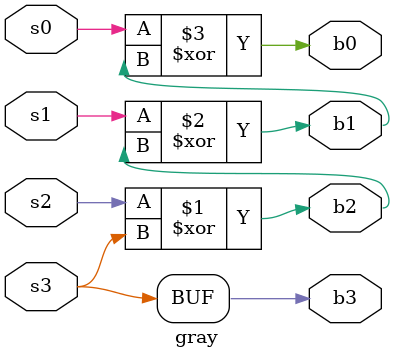
<source format=sv>
module gray(input logic s3, s2, s1, s0,
            output logic b3, b2, b1, b0);

    
    assign b3 = s3;
    assign b2 = s2^b3; 
    assign b1 = s1^b2;
    assign b0 = s0^b1;

endmodule






</source>
